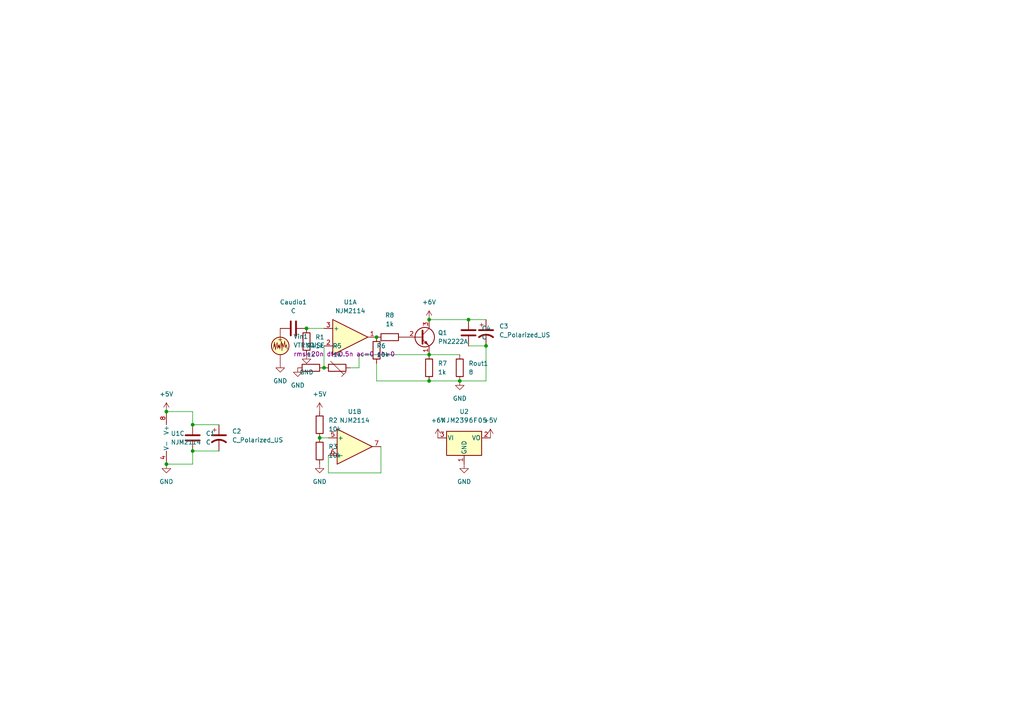
<source format=kicad_sch>
(kicad_sch (version 20211123) (generator eeschema)
  (paper "A4")
  (lib_symbols
    (symbol "Amplifier_Operational:NJM2114" (pin_names (offset 0.127))
      (property "Reference" "U" (at 0 5.08 0))
      (property "Value" "NJM2114" (at 0 -5.08 0))
      (symbol "NJM2114_1_1"
        (polyline (pts (xy -5.08 5.08) (xy 5.08 0) (xy -5.08 -5.08) (xy -5.08 5.08)) (stroke (width 0.254)) (fill (type background)))
        (pin output line (at 7.62 0 180) (length 2.54) (name "~") (number "1"))
        (pin input line (at -7.62 -2.54 0) (length 2.54) (name "-") (number "2"))
        (pin input line (at -7.62 2.54 0) (length 2.54) (name "+") (number "3"))
      )
      (symbol "NJM2114_2_1"
        (polyline (pts (xy -5.08 5.08) (xy 5.08 0) (xy -5.08 -5.08) (xy -5.08 5.08)) (stroke (width 0.254)) (fill (type background)))
        (pin input line (at -7.62 2.54 0) (length 2.54) (name "+") (number "5"))
        (pin input line (at -7.62 -2.54 0) (length 2.54) (name "-") (number "6"))
        (pin output line (at 7.62 0 180) (length 2.54) (name "~") (number "7"))
      )
      (symbol "NJM2114_3_1"
        (pin power_in line (at -2.54 -7.62 90) (length 3.81) (name "V-") (number "4"))
        (pin power_in line (at -2.54 7.62 270) (length 3.81) (name "V+") (number "8"))
      )
    )
    (symbol "Device:C" (pin_numbers hide) (pin_names (offset 0.254))
      (property "Reference" "C" (at 0.635 2.54 0))
      (property "Value" "C" (at 0.635 -2.54 0))
      (symbol "C_0_1"
        (polyline (pts (xy -2.032 -0.762) (xy 2.032 -0.762)) (stroke (width 0.508)))
        (polyline (pts (xy -2.032 0.762) (xy 2.032 0.762)) (stroke (width 0.508)))
      )
      (symbol "C_1_1"
        (pin passive line (at 0 3.81 270) (length 2.794) (name "~") (number "1"))
        (pin passive line (at 0 -3.81 90) (length 2.794) (name "~") (number "2"))
      )
    )
    (symbol "Device:C_Polarized_US" (pin_numbers hide) (pin_names (offset 0.254) hide)
      (property "Reference" "C" (at 0.635 2.54 0))
      (property "Value" "C_Polarized_US" (at 0.635 -2.54 0))
      (symbol "C_Polarized_US_0_1"
        (polyline (pts (xy -2.032 0.762) (xy 2.032 0.762)) (stroke (width 0.508)))
        (polyline (pts (xy -1.778 2.286) (xy -0.762 2.286)))
        (polyline (pts (xy -1.27 1.778) (xy -1.27 2.794)))
        (arc (start 2.032 -1.27) (mid 0 -0.5572) (end -2.032 -1.27) (stroke (width 0.508)))
      )
      (symbol "C_Polarized_US_1_1"
        (pin passive line (at 0 3.81 270) (length 2.794) (name "~") (number "1"))
        (pin passive line (at 0 -3.81 90) (length 3.302) (name "~") (number "2"))
      )
    )
    (symbol "Device:R" (pin_numbers hide) (pin_names (offset 0))
      (property "Reference" "R" (at 2.032 0 90))
      (property "Value" "R" (at 0 0 90))
      (symbol "R_0_1"
        (rectangle (start -1.016 -2.54) (end 1.016 2.54) (stroke (width 0.254)))
      )
      (symbol "R_1_1"
        (pin passive line (at 0 3.81 270) (length 1.27) (name "~") (number "1"))
        (pin passive line (at 0 -3.81 90) (length 1.27) (name "~") (number "2"))
      )
    )
    (symbol "Device:R_Trim" (pin_numbers hide) (pin_names (offset 0))
      (property "Reference" "R" (at 2.54 -2.54 90))
      (property "Value" "R_Trim" (at -2.54 -0.635 90))
      (symbol "R_Trim_0_1"
        (rectangle (start -1.016 -2.54) (end 1.016 2.54) (stroke (width 0.254)))
        (polyline (pts (xy -1.905 -1.905) (xy 1.905 1.905) (xy 2.54 1.27) (xy 1.27 2.54)))
      )
      (symbol "R_Trim_1_1"
        (pin passive line (at 0 3.81 270) (length 1.27) (name "~") (number "1"))
        (pin passive line (at 0 -3.81 90) (length 1.27) (name "~") (number "2"))
      )
    )
    (symbol "Regulator_Linear:AMS1117-5.0" (pin_names (offset 0.254))
      (property "Reference" "U" (at -3.81 3.175 0))
      (property "Value" "AMS1117-5.0" (at 0 3.175 0))
      (symbol "AMS1117-5.0_0_1"
        (rectangle (start -5.08 -5.08) (end 5.08 1.905) (stroke (width 0.254)) (fill (type background)))
      )
      (symbol "AMS1117-5.0_1_1"
        (pin power_in line (at 0 -7.62 90) (length 2.54) (name "GND") (number "1"))
        (pin power_out line (at 7.62 0 180) (length 2.54) (name "VO") (number "2"))
        (pin power_in line (at -7.62 0 0) (length 2.54) (name "VI") (number "3"))
      )
    )
    (symbol "Simulation_SPICE:VTRNOISE" (pin_numbers hide) (pin_names (offset 0.0254))
      (property "Reference" "V" (at 2.54 2.54 0))
      (property "Value" "VTRNOISE" (at 2.54 0 0))
      (property "Spice_Model" "trnoise(20n 0.5n 0 0)" (at 2.54 -2.54 0))
      (symbol "VTRNOISE_0_0"
        (text "+" (at 0 1.905 0) (effects (font (size 1.27 1.27))))
      )
      (symbol "VTRNOISE_0_1"
        (polyline (pts (xy -2.032 -0.762) (xy -1.651 1.143) (xy -1.651 -0.254) (xy -1.524 0.508) (xy -1.397 -1.143) (xy -0.889 1.016) (xy -0.762 -0.762) (xy -0.508 0.254) (xy -0.381 -0.508) (xy -0.254 0.381) (xy -0.127 -0.889) (xy 0.381 1.397) (xy 0.508 -1.397) (xy 0.635 0.762) (xy 1.016 -0.381) (xy 1.27 1.397) (xy 1.524 -0.508) (xy 1.778 0.381) (xy 2.032 -0.889)))
        (circle (center 0 0) (radius 2.54) (stroke (width 0.254)) (fill (type background)))
      )
      (symbol "VTRNOISE_1_1"
        (pin passive line (at 0 5.08 270) (length 2.54) (name "~") (number "1"))
        (pin passive line (at 0 -5.08 90) (length 2.54) (name "~") (number "2"))
      )
    )
    (symbol "Transistor_BJT:PN2222A" (pin_names (offset 0) hide)
      (property "Reference" "Q" (at 5.08 1.905 0))
      (property "Value" "PN2222A" (at 5.08 0 0))
      (symbol "PN2222A_0_1"
        (polyline (pts (xy 0 0) (xy 0.635 0)))
        (polyline (pts (xy 2.54 -2.54) (xy 0.635 -0.635)))
        (polyline (pts (xy 2.54 2.54) (xy 0.635 0.635)))
        (polyline (pts (xy 0.635 1.905) (xy 0.635 -1.905) (xy 0.635 -1.905)) (stroke (width 0.508)))
        (polyline (pts (xy 2.413 -2.413) (xy 1.905 -1.905) (xy 1.905 -1.905)))
        (polyline (pts (xy 1.143 -1.651) (xy 1.651 -1.143) (xy 2.159 -2.159) (xy 1.143 -1.651) (xy 1.143 -1.651)) (fill (type outline)))
        (circle (center 1.27 0) (radius 2.8194) (stroke (width 0.254)))
      )
      (symbol "PN2222A_1_1"
        (pin passive line (at 2.54 -5.08 90) (length 2.54) (name "E") (number "1"))
        (pin input line (at -5.08 0 0) (length 5.08) (name "B") (number "2"))
        (pin passive line (at 2.54 5.08 270) (length 2.54) (name "C") (number "3"))
      )
    )
    (symbol "power:+5V" (power) (pin_names (offset 0))
      (property "Value" "+5V" (at 0 3.556 0))
      (symbol "+5V_0_1"
        (polyline (pts (xy -0.762 1.27) (xy 0 2.54)))
        (polyline (pts (xy 0 0) (xy 0 2.54)))
        (polyline (pts (xy 0 2.54) (xy 0.762 1.27)))
      )
      (symbol "+5V_1_1"
        (pin power_in line (at 0 0 90) (length 0) hide (name "+5V") (number "1"))
      )
    )
    (symbol "power:+6V" (power) (pin_names (offset 0))
      (property "Value" "+6V" (at 0 3.556 0))
      (symbol "+6V_0_1"
        (polyline (pts (xy -0.762 1.27) (xy 0 2.54)))
        (polyline (pts (xy 0 0) (xy 0 2.54)))
        (polyline (pts (xy 0 2.54) (xy 0.762 1.27)))
      )
      (symbol "+6V_1_1"
        (pin power_in line (at 0 0 90) (length 0) hide (name "+6V") (number "1"))
      )
    )
    (symbol "power:GND" (power) (pin_names (offset 0))
      (property "Value" "GND" (at 0 -3.81 0))
      (symbol "GND_0_1"
        (polyline (pts (xy 0 0) (xy 0 -1.27) (xy 1.27 -1.27) (xy 0 -2.54) (xy -1.27 -1.27) (xy 0 -1.27)))
      )
      (symbol "GND_1_1"
        (pin power_in line (at 0 0 270) (length 0) hide (name "GND") (number "1"))
      )
    )
  )
  (junction (at 140.97 100.33))
  (junction (at 133.35 110.49))
  (junction (at 48.26 119.38))
  (junction (at 55.88 123.19))
  (junction (at 124.46 102.87))
  (junction (at 55.88 130.81))
  (junction (at 124.46 110.49))
  (junction (at 135.89 92.71))
  (junction (at 124.46 92.71))
  (junction (at 109.22 97.79))
  (junction (at 48.26 134.62))
  (junction (at 93.98 106.68))
  (junction (at 88.9 95.25))
  (junction (at 92.71 127))
  (wire (pts (xy 93.98 100.33) (xy 93.98 106.68)))
  (wire (pts (xy 109.22 110.49) (xy 124.46 110.49)))
  (wire (pts (xy 104.14 106.68) (xy 101.6 106.68)))
  (wire (pts (xy 88.9 95.25) (xy 93.98 95.25)))
  (wire (pts (xy 104.14 102.87) (xy 124.46 102.87)))
  (wire (pts (xy 110.49 129.54) (xy 110.49 137.16)))
  (wire (pts (xy 140.97 100.33) (xy 140.97 110.49)))
  (wire (pts (xy 124.46 92.71) (xy 135.89 92.71)))
  (wire (pts (xy 55.88 134.62) (xy 55.88 130.81)))
  (wire (pts (xy 48.26 119.38) (xy 55.88 119.38)))
  (wire (pts (xy 140.97 110.49) (xy 133.35 110.49)))
  (wire (pts (xy 55.88 130.81) (xy 63.5 130.81)))
  (wire (pts (xy 135.89 100.33) (xy 140.97 100.33)))
  (wire (pts (xy 55.88 123.19) (xy 63.5 123.19)))
  (wire (pts (xy 92.71 127) (xy 95.25 127)))
  (wire (pts (xy 55.88 119.38) (xy 55.88 123.19)))
  (wire (pts (xy 48.26 134.62) (xy 55.88 134.62)))
  (wire (pts (xy 124.46 110.49) (xy 133.35 110.49)))
  (wire (pts (xy 135.89 92.71) (xy 140.97 92.71)))
  (wire (pts (xy 110.49 137.16) (xy 95.25 137.16)))
  (wire (pts (xy 109.22 105.41) (xy 109.22 110.49)))
  (wire (pts (xy 95.25 132.08) (xy 95.25 137.16)))
  (wire (pts (xy 124.46 102.87) (xy 133.35 102.87)))
  (wire (pts (xy 104.14 102.87) (xy 104.14 106.68)))
  (symbol (lib_id "Amplifier_Operational:NJM2114") (at 50.8 127 0) (unit 3)
    (property "Reference" "U1" (at 49.53 125.7299 0) (effects (justify left)))
    (property "Value" "NJM2114" (at 49.53 128.2699 0) (effects (justify left)))
    (property "Datasheet" "http://www.njr.com/semicon/PDF/NJM2114_E.pdf" (effects hide))
  )
  (symbol (lib_id "Device:C_Polarized_US") (at 63.5 127 0) (unit 1)
    (property "Reference" "C2" (at 67.31 125.0949 0) (effects (justify left)))
    (property "Value" "C_Polarized_US" (at 67.31 127.6349 0) (effects (justify left)))
  )
  (symbol (lib_id "power:GND") (at 133.35 110.49 0) (unit 1)
    (property "Reference" "#PWR09" (effects hide))
    (property "Value" "GND" (at 133.35 115.57 0))
  )
  (symbol (lib_id "power:GND") (at 81.28 105.41 0) (unit 1)
    (property "Reference" "#PWR03" (effects hide))
    (property "Value" "GND" (at 81.28 110.49 0))
  )
  (symbol (lib_id "Device:C") (at 55.88 127 0) (unit 1)
    (property "Reference" "C1" (at 59.69 125.7299 0) (effects (justify left)))
    (property "Value" "C" (at 59.69 128.2699 0) (effects (justify left)))
  )
  (symbol (lib_id "power:+5V") (at 142.24 127 0) (unit 1)
    (property "Reference" "#PWR012" (effects hide))
    (property "Value" "+5V" (at 142.24 121.92 0))
  )
  (symbol (lib_id "power:+5V") (at 48.26 119.38 0) (unit 1)
    (property "Reference" "#PWR01" (effects hide))
    (property "Value" "+5V" (at 48.26 114.3 0))
  )
  (symbol (lib_id "power:GND") (at 48.26 134.62 0) (unit 1)
    (property "Reference" "#PWR02" (effects hide))
    (property "Value" "GND" (at 48.26 139.7 0))
  )
  (symbol (lib_id "power:GND") (at 92.71 134.62 0) (unit 1)
    (property "Reference" "#PWR06" (effects hide))
    (property "Value" "GND" (at 92.71 139.7 0))
  )
  (symbol (lib_id "power:+6V") (at 127 127 0) (unit 1)
    (property "Reference" "#PWR010" (effects hide))
    (property "Value" "+6V" (at 127 121.92 0))
  )
  (symbol (lib_id "Device:R_Trim") (at 97.79 106.68 270) (unit 1)
    (property "Reference" "R5" (at 97.79 100.33 90))
    (property "Value" "1k" (at 97.79 102.87 90))
  )
  (symbol (lib_id "Device:R") (at 133.35 106.68 0) (unit 1)
    (property "Reference" "Rout1" (at 135.89 105.4099 0) (effects (justify left)))
    (property "Value" "8" (at 135.89 107.9499 0) (effects (justify left)))
  )
  (symbol (lib_id "Device:R") (at 90.17 106.68 90) (unit 1)
    (property "Reference" "R4" (at 90.17 100.33 90))
    (property "Value" "1k" (at 90.17 102.87 90))
  )
  (symbol (lib_id "Regulator_Linear:AMS1117-5.0") (at 134.62 127 0) (unit 1)
    (property "Reference" "U2" (at 134.62 119.38 0))
    (property "Value" "ＮＪＭ２３９６Ｆ０５" (at 134.62 121.92 0))
    (property "Datasheet" "５Ｖ１．５Ａ" (effects hide))
  )
  (symbol (lib_id "Simulation_SPICE:VTRNOISE") (at 81.28 100.33 0) (unit 1)
    (property "Reference" "Vin1" (at 85.09 97.6001 0) (effects (justify left)))
    (property "Value" "VTRNOISE" (at 85.09 100.1401 0) (effects (justify left)))
    (property "Spice_Netlist_Enabled" "Y" (effects hide))
    (property "Spice_Primitive" "V" (effects hide))
    (property "Spice_Model" "trnoise(20n 0.5n 0 0)" (at 85.09 102.6801 0) (effects (justify left)))
  )
  (symbol (lib_id "power:+5V") (at 92.71 119.38 0) (unit 1)
    (property "Reference" "#PWR05" (effects hide))
    (property "Value" "+5V" (at 92.71 114.3 0))
  )
  (symbol (lib_id "Device:C") (at 85.09 95.25 270) (unit 1)
    (property "Reference" "Caudio1" (at 85.09 87.63 90))
    (property "Value" "C" (at 85.09 90.17 90))
  )
  (symbol (lib_id "Device:R") (at 92.71 130.81 0) (unit 1)
    (property "Reference" "R3" (at 95.25 129.5399 0) (effects (justify left)))
    (property "Value" "10k" (at 95.25 132.0799 0) (effects (justify left)))
  )
  (symbol (lib_id "power:GND") (at 86.36 106.68 0) (unit 1)
    (property "Reference" "#PWR07" (effects hide))
    (property "Value" "GND" (at 86.36 111.76 0))
  )
  (symbol (lib_id "Device:R") (at 113.03 97.79 90) (unit 1)
    (property "Reference" "R8" (at 113.03 91.44 90))
    (property "Value" "1k" (at 113.03 93.98 90))
  )
  (symbol (lib_id "Device:C") (at 135.89 96.52 0) (unit 1)
    (property "Reference" "C4" (at 139.7 95.2499 0) (effects (justify left)))
    (property "Value" "C" (at 139.7 97.7899 0) (effects (justify left)))
  )
  (symbol (lib_id "power:GND") (at 88.9 102.87 0) (unit 1)
    (property "Reference" "#PWR04" (effects hide))
    (property "Value" "GND" (at 88.9 107.95 0))
  )
  (symbol (lib_id "Amplifier_Operational:NJM2114") (at 101.6 97.79 0) (unit 1)
    (property "Reference" "U1" (at 101.6 87.63 0))
    (property "Value" "NJM2114" (at 101.6 90.17 0))
    (property "Datasheet" "http://www.njr.com/semicon/PDF/NJM2114_E.pdf" (effects hide))
  )
  (symbol (lib_id "power:GND") (at 134.62 134.62 0) (unit 1)
    (property "Reference" "#PWR011" (effects hide))
    (property "Value" "GND" (at 134.62 139.7 0))
  )
  (symbol (lib_id "Transistor_BJT:PN2222A") (at 121.92 97.79 0) (unit 1)
    (property "Reference" "Q1" (at 127 96.5199 0) (effects (justify left)))
    (property "Value" "PN2222A" (at 127 99.0599 0) (effects (justify left)))
    (property "Footprint" "Package_TO_SOT_THT:TO-92_Inline" (effects hide))
    (property "Datasheet" "https://www.onsemi.com/pub/Collateral/PN2222-D.PDF" (effects hide))
  )
  (symbol (lib_id "Device:R") (at 109.22 101.6 180) (unit 1)
    (property "Reference" "R6" (at 109.22 100.3299 0) (effects (justify right)))
    (property "Value" "10k" (at 109.22 102.8699 0) (effects (justify right)))
  )
  (symbol (lib_id "Device:R") (at 88.9 99.06 0) (unit 1)
    (property "Reference" "R1" (at 91.44 97.7899 0) (effects (justify left)))
    (property "Value" "1k" (at 91.44 100.3299 0) (effects (justify left)))
  )
  (symbol (lib_id "Device:R") (at 124.46 106.68 0) (unit 1)
    (property "Reference" "R7" (at 127 105.4099 0) (effects (justify left)))
    (property "Value" "1k" (at 127 107.9499 0) (effects (justify left)))
  )
  (symbol (lib_id "Amplifier_Operational:NJM2114") (at 102.87 129.54 0) (unit 2)
    (property "Reference" "U1" (at 102.87 119.38 0))
    (property "Value" "NJM2114" (at 102.87 121.92 0))
    (property "Datasheet" "http://www.njr.com/semicon/PDF/NJM2114_E.pdf" (effects hide))
  )
  (symbol (lib_id "Device:R") (at 92.71 123.19 0) (unit 1)
    (property "Reference" "R2" (at 95.25 121.9199 0) (effects (justify left)))
    (property "Value" "10k" (at 95.25 124.4599 0) (effects (justify left)))
  )
  (symbol (lib_id "power:+6V") (at 124.46 92.71 0) (unit 1)
    (property "Reference" "#PWR08" (effects hide))
    (property "Value" "+6V" (at 124.46 87.63 0))
  )
  (symbol (lib_id "Device:C_Polarized_US") (at 140.97 96.52 0) (unit 1)
    (property "Reference" "C3" (at 144.78 94.6149 0) (effects (justify left)))
    (property "Value" "C_Polarized_US" (at 144.78 97.1549 0) (effects (justify left)))
  )
)
</source>
